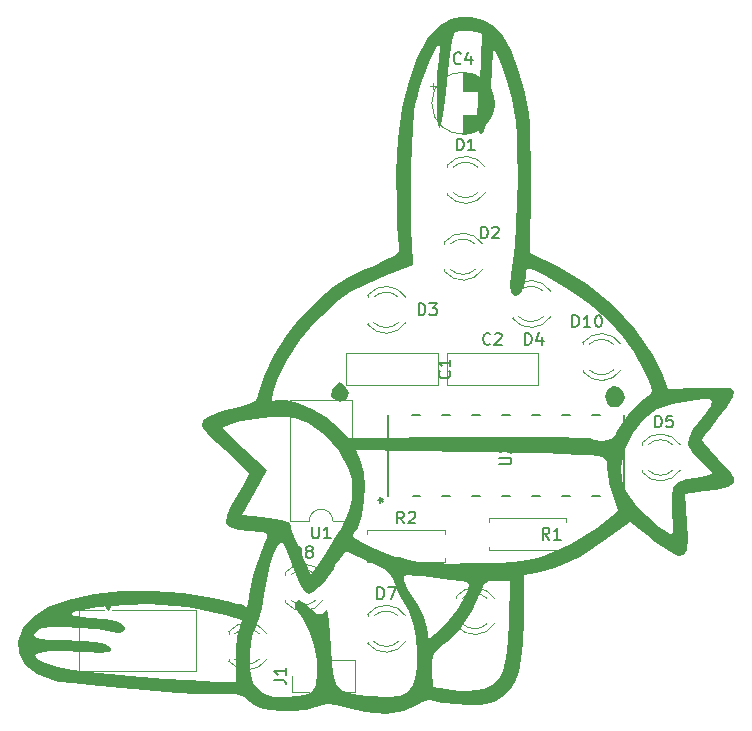
<source format=gbr>
%TF.GenerationSoftware,KiCad,Pcbnew,9.0.7-9.0.7~ubuntu24.04.1*%
%TF.CreationDate,2026-02-16T22:27:27+05:30*%
%TF.ProjectId,mudkip-themed-chaser,6d75646b-6970-42d7-9468-656d65642d63,rev?*%
%TF.SameCoordinates,Original*%
%TF.FileFunction,Legend,Top*%
%TF.FilePolarity,Positive*%
%FSLAX46Y46*%
G04 Gerber Fmt 4.6, Leading zero omitted, Abs format (unit mm)*
G04 Created by KiCad (PCBNEW 9.0.7-9.0.7~ubuntu24.04.1) date 2026-02-16 22:27:27*
%MOMM*%
%LPD*%
G01*
G04 APERTURE LIST*
%ADD10C,0.150000*%
%ADD11C,0.000000*%
%ADD12C,0.120000*%
%ADD13C,0.152400*%
G04 APERTURE END LIST*
D10*
X166833333Y-80359580D02*
X166785714Y-80407200D01*
X166785714Y-80407200D02*
X166642857Y-80454819D01*
X166642857Y-80454819D02*
X166547619Y-80454819D01*
X166547619Y-80454819D02*
X166404762Y-80407200D01*
X166404762Y-80407200D02*
X166309524Y-80311961D01*
X166309524Y-80311961D02*
X166261905Y-80216723D01*
X166261905Y-80216723D02*
X166214286Y-80026247D01*
X166214286Y-80026247D02*
X166214286Y-79883390D01*
X166214286Y-79883390D02*
X166261905Y-79692914D01*
X166261905Y-79692914D02*
X166309524Y-79597676D01*
X166309524Y-79597676D02*
X166404762Y-79502438D01*
X166404762Y-79502438D02*
X166547619Y-79454819D01*
X166547619Y-79454819D02*
X166642857Y-79454819D01*
X166642857Y-79454819D02*
X166785714Y-79502438D01*
X166785714Y-79502438D02*
X166833333Y-79550057D01*
X167214286Y-79550057D02*
X167261905Y-79502438D01*
X167261905Y-79502438D02*
X167357143Y-79454819D01*
X167357143Y-79454819D02*
X167595238Y-79454819D01*
X167595238Y-79454819D02*
X167690476Y-79502438D01*
X167690476Y-79502438D02*
X167738095Y-79550057D01*
X167738095Y-79550057D02*
X167785714Y-79645295D01*
X167785714Y-79645295D02*
X167785714Y-79740533D01*
X167785714Y-79740533D02*
X167738095Y-79883390D01*
X167738095Y-79883390D02*
X167166667Y-80454819D01*
X167166667Y-80454819D02*
X167785714Y-80454819D01*
X166031905Y-71454819D02*
X166031905Y-70454819D01*
X166031905Y-70454819D02*
X166270000Y-70454819D01*
X166270000Y-70454819D02*
X166412857Y-70502438D01*
X166412857Y-70502438D02*
X166508095Y-70597676D01*
X166508095Y-70597676D02*
X166555714Y-70692914D01*
X166555714Y-70692914D02*
X166603333Y-70883390D01*
X166603333Y-70883390D02*
X166603333Y-71026247D01*
X166603333Y-71026247D02*
X166555714Y-71216723D01*
X166555714Y-71216723D02*
X166508095Y-71311961D01*
X166508095Y-71311961D02*
X166412857Y-71407200D01*
X166412857Y-71407200D02*
X166270000Y-71454819D01*
X166270000Y-71454819D02*
X166031905Y-71454819D01*
X166984286Y-70550057D02*
X167031905Y-70502438D01*
X167031905Y-70502438D02*
X167127143Y-70454819D01*
X167127143Y-70454819D02*
X167365238Y-70454819D01*
X167365238Y-70454819D02*
X167460476Y-70502438D01*
X167460476Y-70502438D02*
X167508095Y-70550057D01*
X167508095Y-70550057D02*
X167555714Y-70645295D01*
X167555714Y-70645295D02*
X167555714Y-70740533D01*
X167555714Y-70740533D02*
X167508095Y-70883390D01*
X167508095Y-70883390D02*
X166936667Y-71454819D01*
X166936667Y-71454819D02*
X167555714Y-71454819D01*
X163359580Y-82666666D02*
X163407200Y-82714285D01*
X163407200Y-82714285D02*
X163454819Y-82857142D01*
X163454819Y-82857142D02*
X163454819Y-82952380D01*
X163454819Y-82952380D02*
X163407200Y-83095237D01*
X163407200Y-83095237D02*
X163311961Y-83190475D01*
X163311961Y-83190475D02*
X163216723Y-83238094D01*
X163216723Y-83238094D02*
X163026247Y-83285713D01*
X163026247Y-83285713D02*
X162883390Y-83285713D01*
X162883390Y-83285713D02*
X162692914Y-83238094D01*
X162692914Y-83238094D02*
X162597676Y-83190475D01*
X162597676Y-83190475D02*
X162502438Y-83095237D01*
X162502438Y-83095237D02*
X162454819Y-82952380D01*
X162454819Y-82952380D02*
X162454819Y-82857142D01*
X162454819Y-82857142D02*
X162502438Y-82714285D01*
X162502438Y-82714285D02*
X162550057Y-82666666D01*
X163454819Y-81714285D02*
X163454819Y-82285713D01*
X163454819Y-81999999D02*
X162454819Y-81999999D01*
X162454819Y-81999999D02*
X162597676Y-82095237D01*
X162597676Y-82095237D02*
X162692914Y-82190475D01*
X162692914Y-82190475D02*
X162740533Y-82285713D01*
X167604819Y-90571904D02*
X168414342Y-90571904D01*
X168414342Y-90571904D02*
X168509580Y-90524285D01*
X168509580Y-90524285D02*
X168557200Y-90476666D01*
X168557200Y-90476666D02*
X168604819Y-90381428D01*
X168604819Y-90381428D02*
X168604819Y-90190952D01*
X168604819Y-90190952D02*
X168557200Y-90095714D01*
X168557200Y-90095714D02*
X168509580Y-90048095D01*
X168509580Y-90048095D02*
X168414342Y-90000476D01*
X168414342Y-90000476D02*
X167604819Y-90000476D01*
X167700057Y-89571904D02*
X167652438Y-89524285D01*
X167652438Y-89524285D02*
X167604819Y-89429047D01*
X167604819Y-89429047D02*
X167604819Y-89190952D01*
X167604819Y-89190952D02*
X167652438Y-89095714D01*
X167652438Y-89095714D02*
X167700057Y-89048095D01*
X167700057Y-89048095D02*
X167795295Y-89000476D01*
X167795295Y-89000476D02*
X167890533Y-89000476D01*
X167890533Y-89000476D02*
X168033390Y-89048095D01*
X168033390Y-89048095D02*
X168604819Y-89619523D01*
X168604819Y-89619523D02*
X168604819Y-89000476D01*
X157305119Y-93619999D02*
X157543214Y-93619999D01*
X157447976Y-93858094D02*
X157543214Y-93619999D01*
X157543214Y-93619999D02*
X157447976Y-93381904D01*
X157733690Y-93762856D02*
X157543214Y-93619999D01*
X157543214Y-93619999D02*
X157733690Y-93477142D01*
X157305119Y-93619999D02*
X157543214Y-93619999D01*
X157447976Y-93858094D02*
X157543214Y-93619999D01*
X157543214Y-93619999D02*
X157447976Y-93381904D01*
X157733690Y-93762856D02*
X157543214Y-93619999D01*
X157543214Y-93619999D02*
X157733690Y-93477142D01*
X145491905Y-103494819D02*
X145491905Y-102494819D01*
X145491905Y-102494819D02*
X145730000Y-102494819D01*
X145730000Y-102494819D02*
X145872857Y-102542438D01*
X145872857Y-102542438D02*
X145968095Y-102637676D01*
X145968095Y-102637676D02*
X146015714Y-102732914D01*
X146015714Y-102732914D02*
X146063333Y-102923390D01*
X146063333Y-102923390D02*
X146063333Y-103066247D01*
X146063333Y-103066247D02*
X146015714Y-103256723D01*
X146015714Y-103256723D02*
X145968095Y-103351961D01*
X145968095Y-103351961D02*
X145872857Y-103447200D01*
X145872857Y-103447200D02*
X145730000Y-103494819D01*
X145730000Y-103494819D02*
X145491905Y-103494819D01*
X146539524Y-103494819D02*
X146730000Y-103494819D01*
X146730000Y-103494819D02*
X146825238Y-103447200D01*
X146825238Y-103447200D02*
X146872857Y-103399580D01*
X146872857Y-103399580D02*
X146968095Y-103256723D01*
X146968095Y-103256723D02*
X147015714Y-103066247D01*
X147015714Y-103066247D02*
X147015714Y-102685295D01*
X147015714Y-102685295D02*
X146968095Y-102590057D01*
X146968095Y-102590057D02*
X146920476Y-102542438D01*
X146920476Y-102542438D02*
X146825238Y-102494819D01*
X146825238Y-102494819D02*
X146634762Y-102494819D01*
X146634762Y-102494819D02*
X146539524Y-102542438D01*
X146539524Y-102542438D02*
X146491905Y-102590057D01*
X146491905Y-102590057D02*
X146444286Y-102685295D01*
X146444286Y-102685295D02*
X146444286Y-102923390D01*
X146444286Y-102923390D02*
X146491905Y-103018628D01*
X146491905Y-103018628D02*
X146539524Y-103066247D01*
X146539524Y-103066247D02*
X146634762Y-103113866D01*
X146634762Y-103113866D02*
X146825238Y-103113866D01*
X146825238Y-103113866D02*
X146920476Y-103066247D01*
X146920476Y-103066247D02*
X146968095Y-103018628D01*
X146968095Y-103018628D02*
X147015714Y-102923390D01*
X163991905Y-63994819D02*
X163991905Y-62994819D01*
X163991905Y-62994819D02*
X164230000Y-62994819D01*
X164230000Y-62994819D02*
X164372857Y-63042438D01*
X164372857Y-63042438D02*
X164468095Y-63137676D01*
X164468095Y-63137676D02*
X164515714Y-63232914D01*
X164515714Y-63232914D02*
X164563333Y-63423390D01*
X164563333Y-63423390D02*
X164563333Y-63566247D01*
X164563333Y-63566247D02*
X164515714Y-63756723D01*
X164515714Y-63756723D02*
X164468095Y-63851961D01*
X164468095Y-63851961D02*
X164372857Y-63947200D01*
X164372857Y-63947200D02*
X164230000Y-63994819D01*
X164230000Y-63994819D02*
X163991905Y-63994819D01*
X165515714Y-63994819D02*
X164944286Y-63994819D01*
X165230000Y-63994819D02*
X165230000Y-62994819D01*
X165230000Y-62994819D02*
X165134762Y-63137676D01*
X165134762Y-63137676D02*
X165039524Y-63232914D01*
X165039524Y-63232914D02*
X164944286Y-63280533D01*
X171833333Y-96954819D02*
X171500000Y-96478628D01*
X171261905Y-96954819D02*
X171261905Y-95954819D01*
X171261905Y-95954819D02*
X171642857Y-95954819D01*
X171642857Y-95954819D02*
X171738095Y-96002438D01*
X171738095Y-96002438D02*
X171785714Y-96050057D01*
X171785714Y-96050057D02*
X171833333Y-96145295D01*
X171833333Y-96145295D02*
X171833333Y-96288152D01*
X171833333Y-96288152D02*
X171785714Y-96383390D01*
X171785714Y-96383390D02*
X171738095Y-96431009D01*
X171738095Y-96431009D02*
X171642857Y-96478628D01*
X171642857Y-96478628D02*
X171261905Y-96478628D01*
X172785714Y-96954819D02*
X172214286Y-96954819D01*
X172500000Y-96954819D02*
X172500000Y-95954819D01*
X172500000Y-95954819D02*
X172404762Y-96097676D01*
X172404762Y-96097676D02*
X172309524Y-96192914D01*
X172309524Y-96192914D02*
X172214286Y-96240533D01*
X164761905Y-100494819D02*
X164761905Y-99494819D01*
X164761905Y-99494819D02*
X165000000Y-99494819D01*
X165000000Y-99494819D02*
X165142857Y-99542438D01*
X165142857Y-99542438D02*
X165238095Y-99637676D01*
X165238095Y-99637676D02*
X165285714Y-99732914D01*
X165285714Y-99732914D02*
X165333333Y-99923390D01*
X165333333Y-99923390D02*
X165333333Y-100066247D01*
X165333333Y-100066247D02*
X165285714Y-100256723D01*
X165285714Y-100256723D02*
X165238095Y-100351961D01*
X165238095Y-100351961D02*
X165142857Y-100447200D01*
X165142857Y-100447200D02*
X165000000Y-100494819D01*
X165000000Y-100494819D02*
X164761905Y-100494819D01*
X166190476Y-99494819D02*
X166000000Y-99494819D01*
X166000000Y-99494819D02*
X165904762Y-99542438D01*
X165904762Y-99542438D02*
X165857143Y-99590057D01*
X165857143Y-99590057D02*
X165761905Y-99732914D01*
X165761905Y-99732914D02*
X165714286Y-99923390D01*
X165714286Y-99923390D02*
X165714286Y-100304342D01*
X165714286Y-100304342D02*
X165761905Y-100399580D01*
X165761905Y-100399580D02*
X165809524Y-100447200D01*
X165809524Y-100447200D02*
X165904762Y-100494819D01*
X165904762Y-100494819D02*
X166095238Y-100494819D01*
X166095238Y-100494819D02*
X166190476Y-100447200D01*
X166190476Y-100447200D02*
X166238095Y-100399580D01*
X166238095Y-100399580D02*
X166285714Y-100304342D01*
X166285714Y-100304342D02*
X166285714Y-100066247D01*
X166285714Y-100066247D02*
X166238095Y-99971009D01*
X166238095Y-99971009D02*
X166190476Y-99923390D01*
X166190476Y-99923390D02*
X166095238Y-99875771D01*
X166095238Y-99875771D02*
X165904762Y-99875771D01*
X165904762Y-99875771D02*
X165809524Y-99923390D01*
X165809524Y-99923390D02*
X165761905Y-99971009D01*
X165761905Y-99971009D02*
X165714286Y-100066247D01*
X180761905Y-87454819D02*
X180761905Y-86454819D01*
X180761905Y-86454819D02*
X181000000Y-86454819D01*
X181000000Y-86454819D02*
X181142857Y-86502438D01*
X181142857Y-86502438D02*
X181238095Y-86597676D01*
X181238095Y-86597676D02*
X181285714Y-86692914D01*
X181285714Y-86692914D02*
X181333333Y-86883390D01*
X181333333Y-86883390D02*
X181333333Y-87026247D01*
X181333333Y-87026247D02*
X181285714Y-87216723D01*
X181285714Y-87216723D02*
X181238095Y-87311961D01*
X181238095Y-87311961D02*
X181142857Y-87407200D01*
X181142857Y-87407200D02*
X181000000Y-87454819D01*
X181000000Y-87454819D02*
X180761905Y-87454819D01*
X182238095Y-86454819D02*
X181761905Y-86454819D01*
X181761905Y-86454819D02*
X181714286Y-86931009D01*
X181714286Y-86931009D02*
X181761905Y-86883390D01*
X181761905Y-86883390D02*
X181857143Y-86835771D01*
X181857143Y-86835771D02*
X182095238Y-86835771D01*
X182095238Y-86835771D02*
X182190476Y-86883390D01*
X182190476Y-86883390D02*
X182238095Y-86931009D01*
X182238095Y-86931009D02*
X182285714Y-87026247D01*
X182285714Y-87026247D02*
X182285714Y-87264342D01*
X182285714Y-87264342D02*
X182238095Y-87359580D01*
X182238095Y-87359580D02*
X182190476Y-87407200D01*
X182190476Y-87407200D02*
X182095238Y-87454819D01*
X182095238Y-87454819D02*
X181857143Y-87454819D01*
X181857143Y-87454819D02*
X181761905Y-87407200D01*
X181761905Y-87407200D02*
X181714286Y-87359580D01*
X173785714Y-78954819D02*
X173785714Y-77954819D01*
X173785714Y-77954819D02*
X174023809Y-77954819D01*
X174023809Y-77954819D02*
X174166666Y-78002438D01*
X174166666Y-78002438D02*
X174261904Y-78097676D01*
X174261904Y-78097676D02*
X174309523Y-78192914D01*
X174309523Y-78192914D02*
X174357142Y-78383390D01*
X174357142Y-78383390D02*
X174357142Y-78526247D01*
X174357142Y-78526247D02*
X174309523Y-78716723D01*
X174309523Y-78716723D02*
X174261904Y-78811961D01*
X174261904Y-78811961D02*
X174166666Y-78907200D01*
X174166666Y-78907200D02*
X174023809Y-78954819D01*
X174023809Y-78954819D02*
X173785714Y-78954819D01*
X175309523Y-78954819D02*
X174738095Y-78954819D01*
X175023809Y-78954819D02*
X175023809Y-77954819D01*
X175023809Y-77954819D02*
X174928571Y-78097676D01*
X174928571Y-78097676D02*
X174833333Y-78192914D01*
X174833333Y-78192914D02*
X174738095Y-78240533D01*
X175928571Y-77954819D02*
X176023809Y-77954819D01*
X176023809Y-77954819D02*
X176119047Y-78002438D01*
X176119047Y-78002438D02*
X176166666Y-78050057D01*
X176166666Y-78050057D02*
X176214285Y-78145295D01*
X176214285Y-78145295D02*
X176261904Y-78335771D01*
X176261904Y-78335771D02*
X176261904Y-78573866D01*
X176261904Y-78573866D02*
X176214285Y-78764342D01*
X176214285Y-78764342D02*
X176166666Y-78859580D01*
X176166666Y-78859580D02*
X176119047Y-78907200D01*
X176119047Y-78907200D02*
X176023809Y-78954819D01*
X176023809Y-78954819D02*
X175928571Y-78954819D01*
X175928571Y-78954819D02*
X175833333Y-78907200D01*
X175833333Y-78907200D02*
X175785714Y-78859580D01*
X175785714Y-78859580D02*
X175738095Y-78764342D01*
X175738095Y-78764342D02*
X175690476Y-78573866D01*
X175690476Y-78573866D02*
X175690476Y-78335771D01*
X175690476Y-78335771D02*
X175738095Y-78145295D01*
X175738095Y-78145295D02*
X175785714Y-78050057D01*
X175785714Y-78050057D02*
X175833333Y-78002438D01*
X175833333Y-78002438D02*
X175928571Y-77954819D01*
X148534819Y-108833333D02*
X149249104Y-108833333D01*
X149249104Y-108833333D02*
X149391961Y-108880952D01*
X149391961Y-108880952D02*
X149487200Y-108976190D01*
X149487200Y-108976190D02*
X149534819Y-109119047D01*
X149534819Y-109119047D02*
X149534819Y-109214285D01*
X149534819Y-107833333D02*
X149534819Y-108404761D01*
X149534819Y-108119047D02*
X148534819Y-108119047D01*
X148534819Y-108119047D02*
X148677676Y-108214285D01*
X148677676Y-108214285D02*
X148772914Y-108309523D01*
X148772914Y-108309523D02*
X148820533Y-108404761D01*
X160761905Y-77954819D02*
X160761905Y-76954819D01*
X160761905Y-76954819D02*
X161000000Y-76954819D01*
X161000000Y-76954819D02*
X161142857Y-77002438D01*
X161142857Y-77002438D02*
X161238095Y-77097676D01*
X161238095Y-77097676D02*
X161285714Y-77192914D01*
X161285714Y-77192914D02*
X161333333Y-77383390D01*
X161333333Y-77383390D02*
X161333333Y-77526247D01*
X161333333Y-77526247D02*
X161285714Y-77716723D01*
X161285714Y-77716723D02*
X161238095Y-77811961D01*
X161238095Y-77811961D02*
X161142857Y-77907200D01*
X161142857Y-77907200D02*
X161000000Y-77954819D01*
X161000000Y-77954819D02*
X160761905Y-77954819D01*
X161666667Y-76954819D02*
X162285714Y-76954819D01*
X162285714Y-76954819D02*
X161952381Y-77335771D01*
X161952381Y-77335771D02*
X162095238Y-77335771D01*
X162095238Y-77335771D02*
X162190476Y-77383390D01*
X162190476Y-77383390D02*
X162238095Y-77431009D01*
X162238095Y-77431009D02*
X162285714Y-77526247D01*
X162285714Y-77526247D02*
X162285714Y-77764342D01*
X162285714Y-77764342D02*
X162238095Y-77859580D01*
X162238095Y-77859580D02*
X162190476Y-77907200D01*
X162190476Y-77907200D02*
X162095238Y-77954819D01*
X162095238Y-77954819D02*
X161809524Y-77954819D01*
X161809524Y-77954819D02*
X161714286Y-77907200D01*
X161714286Y-77907200D02*
X161666667Y-77859580D01*
X159523333Y-95584819D02*
X159190000Y-95108628D01*
X158951905Y-95584819D02*
X158951905Y-94584819D01*
X158951905Y-94584819D02*
X159332857Y-94584819D01*
X159332857Y-94584819D02*
X159428095Y-94632438D01*
X159428095Y-94632438D02*
X159475714Y-94680057D01*
X159475714Y-94680057D02*
X159523333Y-94775295D01*
X159523333Y-94775295D02*
X159523333Y-94918152D01*
X159523333Y-94918152D02*
X159475714Y-95013390D01*
X159475714Y-95013390D02*
X159428095Y-95061009D01*
X159428095Y-95061009D02*
X159332857Y-95108628D01*
X159332857Y-95108628D02*
X158951905Y-95108628D01*
X159904286Y-94680057D02*
X159951905Y-94632438D01*
X159951905Y-94632438D02*
X160047143Y-94584819D01*
X160047143Y-94584819D02*
X160285238Y-94584819D01*
X160285238Y-94584819D02*
X160380476Y-94632438D01*
X160380476Y-94632438D02*
X160428095Y-94680057D01*
X160428095Y-94680057D02*
X160475714Y-94775295D01*
X160475714Y-94775295D02*
X160475714Y-94870533D01*
X160475714Y-94870533D02*
X160428095Y-95013390D01*
X160428095Y-95013390D02*
X159856667Y-95584819D01*
X159856667Y-95584819D02*
X160475714Y-95584819D01*
X169761905Y-80454819D02*
X169761905Y-79454819D01*
X169761905Y-79454819D02*
X170000000Y-79454819D01*
X170000000Y-79454819D02*
X170142857Y-79502438D01*
X170142857Y-79502438D02*
X170238095Y-79597676D01*
X170238095Y-79597676D02*
X170285714Y-79692914D01*
X170285714Y-79692914D02*
X170333333Y-79883390D01*
X170333333Y-79883390D02*
X170333333Y-80026247D01*
X170333333Y-80026247D02*
X170285714Y-80216723D01*
X170285714Y-80216723D02*
X170238095Y-80311961D01*
X170238095Y-80311961D02*
X170142857Y-80407200D01*
X170142857Y-80407200D02*
X170000000Y-80454819D01*
X170000000Y-80454819D02*
X169761905Y-80454819D01*
X171190476Y-79788152D02*
X171190476Y-80454819D01*
X170952381Y-79407200D02*
X170714286Y-80121485D01*
X170714286Y-80121485D02*
X171333333Y-80121485D01*
X150261905Y-98494819D02*
X150261905Y-97494819D01*
X150261905Y-97494819D02*
X150500000Y-97494819D01*
X150500000Y-97494819D02*
X150642857Y-97542438D01*
X150642857Y-97542438D02*
X150738095Y-97637676D01*
X150738095Y-97637676D02*
X150785714Y-97732914D01*
X150785714Y-97732914D02*
X150833333Y-97923390D01*
X150833333Y-97923390D02*
X150833333Y-98066247D01*
X150833333Y-98066247D02*
X150785714Y-98256723D01*
X150785714Y-98256723D02*
X150738095Y-98351961D01*
X150738095Y-98351961D02*
X150642857Y-98447200D01*
X150642857Y-98447200D02*
X150500000Y-98494819D01*
X150500000Y-98494819D02*
X150261905Y-98494819D01*
X151404762Y-97923390D02*
X151309524Y-97875771D01*
X151309524Y-97875771D02*
X151261905Y-97828152D01*
X151261905Y-97828152D02*
X151214286Y-97732914D01*
X151214286Y-97732914D02*
X151214286Y-97685295D01*
X151214286Y-97685295D02*
X151261905Y-97590057D01*
X151261905Y-97590057D02*
X151309524Y-97542438D01*
X151309524Y-97542438D02*
X151404762Y-97494819D01*
X151404762Y-97494819D02*
X151595238Y-97494819D01*
X151595238Y-97494819D02*
X151690476Y-97542438D01*
X151690476Y-97542438D02*
X151738095Y-97590057D01*
X151738095Y-97590057D02*
X151785714Y-97685295D01*
X151785714Y-97685295D02*
X151785714Y-97732914D01*
X151785714Y-97732914D02*
X151738095Y-97828152D01*
X151738095Y-97828152D02*
X151690476Y-97875771D01*
X151690476Y-97875771D02*
X151595238Y-97923390D01*
X151595238Y-97923390D02*
X151404762Y-97923390D01*
X151404762Y-97923390D02*
X151309524Y-97971009D01*
X151309524Y-97971009D02*
X151261905Y-98018628D01*
X151261905Y-98018628D02*
X151214286Y-98113866D01*
X151214286Y-98113866D02*
X151214286Y-98304342D01*
X151214286Y-98304342D02*
X151261905Y-98399580D01*
X151261905Y-98399580D02*
X151309524Y-98447200D01*
X151309524Y-98447200D02*
X151404762Y-98494819D01*
X151404762Y-98494819D02*
X151595238Y-98494819D01*
X151595238Y-98494819D02*
X151690476Y-98447200D01*
X151690476Y-98447200D02*
X151738095Y-98399580D01*
X151738095Y-98399580D02*
X151785714Y-98304342D01*
X151785714Y-98304342D02*
X151785714Y-98113866D01*
X151785714Y-98113866D02*
X151738095Y-98018628D01*
X151738095Y-98018628D02*
X151690476Y-97971009D01*
X151690476Y-97971009D02*
X151595238Y-97923390D01*
X157261905Y-101994819D02*
X157261905Y-100994819D01*
X157261905Y-100994819D02*
X157500000Y-100994819D01*
X157500000Y-100994819D02*
X157642857Y-101042438D01*
X157642857Y-101042438D02*
X157738095Y-101137676D01*
X157738095Y-101137676D02*
X157785714Y-101232914D01*
X157785714Y-101232914D02*
X157833333Y-101423390D01*
X157833333Y-101423390D02*
X157833333Y-101566247D01*
X157833333Y-101566247D02*
X157785714Y-101756723D01*
X157785714Y-101756723D02*
X157738095Y-101851961D01*
X157738095Y-101851961D02*
X157642857Y-101947200D01*
X157642857Y-101947200D02*
X157500000Y-101994819D01*
X157500000Y-101994819D02*
X157261905Y-101994819D01*
X158166667Y-100994819D02*
X158833333Y-100994819D01*
X158833333Y-100994819D02*
X158404762Y-101994819D01*
X151733095Y-95844819D02*
X151733095Y-96654342D01*
X151733095Y-96654342D02*
X151780714Y-96749580D01*
X151780714Y-96749580D02*
X151828333Y-96797200D01*
X151828333Y-96797200D02*
X151923571Y-96844819D01*
X151923571Y-96844819D02*
X152114047Y-96844819D01*
X152114047Y-96844819D02*
X152209285Y-96797200D01*
X152209285Y-96797200D02*
X152256904Y-96749580D01*
X152256904Y-96749580D02*
X152304523Y-96654342D01*
X152304523Y-96654342D02*
X152304523Y-95844819D01*
X153304523Y-96844819D02*
X152733095Y-96844819D01*
X153018809Y-96844819D02*
X153018809Y-95844819D01*
X153018809Y-95844819D02*
X152923571Y-95987676D01*
X152923571Y-95987676D02*
X152828333Y-96082914D01*
X152828333Y-96082914D02*
X152733095Y-96130533D01*
X164333333Y-56609580D02*
X164285714Y-56657200D01*
X164285714Y-56657200D02*
X164142857Y-56704819D01*
X164142857Y-56704819D02*
X164047619Y-56704819D01*
X164047619Y-56704819D02*
X163904762Y-56657200D01*
X163904762Y-56657200D02*
X163809524Y-56561961D01*
X163809524Y-56561961D02*
X163761905Y-56466723D01*
X163761905Y-56466723D02*
X163714286Y-56276247D01*
X163714286Y-56276247D02*
X163714286Y-56133390D01*
X163714286Y-56133390D02*
X163761905Y-55942914D01*
X163761905Y-55942914D02*
X163809524Y-55847676D01*
X163809524Y-55847676D02*
X163904762Y-55752438D01*
X163904762Y-55752438D02*
X164047619Y-55704819D01*
X164047619Y-55704819D02*
X164142857Y-55704819D01*
X164142857Y-55704819D02*
X164285714Y-55752438D01*
X164285714Y-55752438D02*
X164333333Y-55800057D01*
X165190476Y-56038152D02*
X165190476Y-56704819D01*
X164952381Y-55657200D02*
X164714286Y-56371485D01*
X164714286Y-56371485D02*
X165333333Y-56371485D01*
D11*
%TO.C,G\u002A\u002A\u002A*%
G36*
X165155412Y-52746040D02*
G01*
X166228628Y-52974316D01*
X167126769Y-53471520D01*
X167890711Y-54294740D01*
X168561327Y-55501068D01*
X169179490Y-57147593D01*
X169755166Y-59170651D01*
X169933030Y-59966559D01*
X170063967Y-60837074D01*
X170153999Y-61878363D01*
X170209143Y-63186594D01*
X170235420Y-64857933D01*
X170239058Y-66901086D01*
X170225943Y-72698912D01*
X172608831Y-73855454D01*
X175029857Y-75279642D01*
X177229404Y-77061738D01*
X179117361Y-79108701D01*
X180603616Y-81327492D01*
X181327089Y-82856975D01*
X181847826Y-84180255D01*
X184332608Y-84150726D01*
X185479094Y-84139408D01*
X186431048Y-84134260D01*
X187041414Y-84135900D01*
X187162500Y-84138859D01*
X187483860Y-84338118D01*
X187376793Y-84877248D01*
X186843601Y-85750624D01*
X186127174Y-86667731D01*
X185474648Y-87476103D01*
X184988528Y-88124584D01*
X184755454Y-88496319D01*
X184746739Y-88529602D01*
X184929697Y-88810545D01*
X185410657Y-89356946D01*
X186087749Y-90053477D01*
X186127174Y-90092390D01*
X187014715Y-91027211D01*
X187463033Y-91703483D01*
X187448046Y-92176715D01*
X186945674Y-92502418D01*
X185931834Y-92736101D01*
X184921002Y-92872768D01*
X183300701Y-93063123D01*
X183495251Y-95550073D01*
X183563199Y-96914133D01*
X183486353Y-97820213D01*
X183218630Y-98282174D01*
X182713944Y-98313876D01*
X181926212Y-97929177D01*
X180809349Y-97141938D01*
X180081500Y-96576739D01*
X178637791Y-95435553D01*
X176548944Y-97007746D01*
X174402312Y-98408631D01*
X172282977Y-99335800D01*
X170666304Y-99749513D01*
X169700000Y-99929079D01*
X169639117Y-103786642D01*
X169583527Y-105667688D01*
X169466080Y-107096517D01*
X169259423Y-108172007D01*
X168936206Y-108993036D01*
X168469077Y-109658480D01*
X167851271Y-110249947D01*
X167340363Y-110617032D01*
X166784959Y-110825584D01*
X166009267Y-110918008D01*
X165003312Y-110936956D01*
X163888398Y-110899406D01*
X162900611Y-110800841D01*
X162249824Y-110662390D01*
X162240157Y-110658780D01*
X161635491Y-110533233D01*
X161055280Y-110727353D01*
X160652739Y-110989958D01*
X159512895Y-111493749D01*
X158009409Y-111681869D01*
X156234425Y-111550349D01*
X154791304Y-111242482D01*
X153750247Y-110979958D01*
X153068167Y-110874675D01*
X152576759Y-110919953D01*
X152107717Y-111109113D01*
X152058784Y-111134028D01*
X151248846Y-111385534D01*
X150072566Y-111466681D01*
X149246363Y-111443747D01*
X148112470Y-111355485D01*
X147360925Y-111198022D01*
X146822297Y-110923053D01*
X146512260Y-110664218D01*
X145957512Y-110245518D01*
X145327732Y-110061608D01*
X144392720Y-110046765D01*
X144355115Y-110048350D01*
X143396926Y-110050636D01*
X142030265Y-110001533D01*
X140366615Y-109910028D01*
X138517463Y-109785105D01*
X136594292Y-109635749D01*
X134708589Y-109470947D01*
X132971837Y-109299682D01*
X131495522Y-109130941D01*
X130391130Y-108973709D01*
X129946953Y-108887107D01*
X128474148Y-108336421D01*
X127459283Y-107543067D01*
X126909546Y-106583317D01*
X126832128Y-105533438D01*
X127055639Y-104942135D01*
X128228338Y-104942135D01*
X128259216Y-105189288D01*
X128711694Y-105342804D01*
X129633893Y-105423620D01*
X130564674Y-105447882D01*
X132262876Y-105502121D01*
X133470538Y-105619066D01*
X134246863Y-105809692D01*
X134651055Y-106084978D01*
X134720881Y-106218472D01*
X134699331Y-106399055D01*
X134424494Y-106493870D01*
X133806805Y-106510865D01*
X132756699Y-106457988D01*
X132342257Y-106429567D01*
X130679677Y-106357853D01*
X129440840Y-106398698D01*
X128647355Y-106538457D01*
X128320828Y-106763486D01*
X128482865Y-107060141D01*
X129155073Y-107414778D01*
X130215407Y-107772625D01*
X130966598Y-107927717D01*
X132163291Y-108099884D01*
X133699462Y-108279503D01*
X135469086Y-108456955D01*
X137366137Y-108622617D01*
X139284590Y-108766868D01*
X141118419Y-108880087D01*
X142761600Y-108952652D01*
X143402717Y-108969332D01*
X145266304Y-109004347D01*
X145266304Y-107276981D01*
X145293274Y-106575251D01*
X146464197Y-106575251D01*
X146472567Y-108021093D01*
X146753904Y-109059192D01*
X147341634Y-109779312D01*
X147756528Y-110045904D01*
X148497389Y-110252390D01*
X149498494Y-110311247D01*
X150538318Y-110233573D01*
X151395336Y-110030462D01*
X151737611Y-109846498D01*
X152051902Y-109274238D01*
X152184914Y-108334458D01*
X152143519Y-107178765D01*
X151934585Y-105958770D01*
X151564984Y-104826080D01*
X151503939Y-104689808D01*
X151089673Y-103877824D01*
X150719391Y-103282786D01*
X150540332Y-103086014D01*
X150268229Y-102712499D01*
X150295704Y-102296456D01*
X150601874Y-102102173D01*
X151026668Y-102289048D01*
X151569967Y-102744154D01*
X151619739Y-102796047D01*
X152183992Y-103251550D01*
X152551343Y-103210177D01*
X152920610Y-102953222D01*
X153016493Y-102930434D01*
X153101122Y-103187979D01*
X153189892Y-103886874D01*
X153271585Y-104916508D01*
X153328778Y-106009917D01*
X153414882Y-107557439D01*
X153571955Y-108643901D01*
X153871668Y-109360415D01*
X154385695Y-109798096D01*
X155185707Y-110048056D01*
X156343377Y-110201408D01*
X156649077Y-110230844D01*
X158116628Y-110309643D01*
X159148240Y-110199885D01*
X159838799Y-109865074D01*
X160283191Y-109268710D01*
X160474367Y-108759427D01*
X160632999Y-107767861D01*
X160634409Y-107407607D01*
X161862857Y-107407607D01*
X161888272Y-108031212D01*
X161969565Y-109418477D01*
X163073913Y-109586364D01*
X164194540Y-109738013D01*
X164981233Y-109779262D01*
X165641440Y-109708333D01*
X166255967Y-109559114D01*
X167001051Y-109259606D01*
X167552848Y-108782676D01*
X167941244Y-108050873D01*
X168196130Y-106986745D01*
X168347394Y-105512843D01*
X168414470Y-103965760D01*
X168513060Y-100445651D01*
X167436449Y-100445651D01*
X166719201Y-100495585D01*
X166323595Y-100748521D01*
X166033376Y-101359164D01*
X165989213Y-101480977D01*
X165260692Y-103017713D01*
X164253118Y-104479518D01*
X163120358Y-105649983D01*
X162902424Y-105822517D01*
X162251611Y-106349045D01*
X161940801Y-106799631D01*
X161862857Y-107407607D01*
X160634409Y-107407607D01*
X160637857Y-106527042D01*
X160510820Y-105206476D01*
X160273769Y-103975670D01*
X159948586Y-103004128D01*
X159674468Y-102562791D01*
X159236866Y-101897781D01*
X158869574Y-101026694D01*
X158820080Y-100859782D01*
X158625916Y-100284998D01*
X159496383Y-100284998D01*
X159541261Y-100486080D01*
X159853991Y-101204218D01*
X160199932Y-101691810D01*
X160739057Y-102484197D01*
X161210727Y-103498603D01*
X161506725Y-104478233D01*
X161555434Y-104908334D01*
X161586929Y-105240613D01*
X161747243Y-105270084D01*
X162135128Y-104963426D01*
X162551842Y-104572093D01*
X163304565Y-103772027D01*
X163990876Y-102913045D01*
X164168030Y-102654347D01*
X164614147Y-101887868D01*
X164933673Y-101214220D01*
X164973221Y-101103304D01*
X165029947Y-100780632D01*
X164870839Y-100582420D01*
X164385460Y-100453938D01*
X163463377Y-100340452D01*
X163426055Y-100336522D01*
X162272936Y-100209014D01*
X161143636Y-100074018D01*
X160538478Y-99995385D01*
X159819780Y-99917188D01*
X159515807Y-99992375D01*
X159496383Y-100284998D01*
X158625916Y-100284998D01*
X158622588Y-100275146D01*
X158328028Y-99848255D01*
X157812422Y-99467858D01*
X156951795Y-99022706D01*
X156573518Y-98843841D01*
X154626903Y-97932247D01*
X154097093Y-98567754D01*
X153715619Y-99081707D01*
X153558098Y-99400718D01*
X153360879Y-99785848D01*
X152895073Y-100351681D01*
X152315697Y-100939664D01*
X151777768Y-101391244D01*
X151456750Y-101549999D01*
X151049564Y-101306126D01*
X150594401Y-100561711D01*
X150080787Y-99297560D01*
X149836954Y-98582064D01*
X149539792Y-97786135D01*
X149272256Y-97259664D01*
X149139311Y-97132608D01*
X148860237Y-97387550D01*
X148539749Y-98078567D01*
X148213370Y-99094949D01*
X147916619Y-100325981D01*
X147685020Y-101660953D01*
X147683958Y-101668619D01*
X147491705Y-102775162D01*
X147258696Y-103707202D01*
X147028717Y-104296784D01*
X146980629Y-104366555D01*
X146752300Y-104882561D01*
X146560726Y-105745405D01*
X146464197Y-106575251D01*
X145293274Y-106575251D01*
X145308166Y-106187769D01*
X145416216Y-105183608D01*
X145522560Y-104656102D01*
X145778816Y-103762590D01*
X144349190Y-103351200D01*
X141205987Y-102686525D01*
X137878881Y-102416065D01*
X134583815Y-102553222D01*
X133585494Y-102683224D01*
X132272096Y-102909216D01*
X131506406Y-103101926D01*
X131285217Y-103265339D01*
X131605322Y-103403438D01*
X132463514Y-103520208D01*
X132882768Y-103556183D01*
X134252366Y-103689444D01*
X135151536Y-103853262D01*
X135662002Y-104073776D01*
X135865494Y-104377124D01*
X135879348Y-104514574D01*
X135766330Y-104776757D01*
X135340473Y-104822845D01*
X134844021Y-104752846D01*
X133497301Y-104558776D01*
X132100068Y-104429782D01*
X130778574Y-104369336D01*
X129659071Y-104380907D01*
X128867812Y-104467965D01*
X128570935Y-104580406D01*
X128228338Y-104942135D01*
X127055639Y-104942135D01*
X127234218Y-104469702D01*
X128123004Y-103468376D01*
X129361413Y-102675411D01*
X131109404Y-102026635D01*
X133250748Y-101580463D01*
X135663865Y-101340146D01*
X138227177Y-101308939D01*
X140819103Y-101490093D01*
X143318065Y-101886862D01*
X144833262Y-102261440D01*
X145615698Y-102484063D01*
X146137304Y-102626465D01*
X146256811Y-102654347D01*
X146324736Y-102406979D01*
X146433037Y-101771171D01*
X146514397Y-101204890D01*
X146736152Y-100034407D01*
X147120086Y-98750141D01*
X147717098Y-97187848D01*
X147883360Y-96787499D01*
X147930697Y-96440345D01*
X147590324Y-96311982D01*
X147297473Y-96301308D01*
X146470008Y-96252080D01*
X145532431Y-96136706D01*
X145473369Y-96127141D01*
X144785850Y-95916716D01*
X144476447Y-95531983D01*
X144543745Y-94907852D01*
X144986326Y-93979232D01*
X145411414Y-93280184D01*
X145908996Y-92449114D01*
X146255731Y-91774399D01*
X146370652Y-91431914D01*
X146172052Y-91092210D01*
X145652153Y-90534997D01*
X144946378Y-89900643D01*
X143654141Y-88794066D01*
X142810400Y-87959434D01*
X142511810Y-87476845D01*
X144106860Y-87476845D01*
X145997995Y-89251363D01*
X147889130Y-91025880D01*
X146867277Y-92940759D01*
X145845425Y-94855639D01*
X147507115Y-95043637D01*
X148708920Y-95201719D01*
X149454534Y-95367133D01*
X149839348Y-95572749D01*
X149958754Y-95851435D01*
X149959782Y-95888757D01*
X150070879Y-96299326D01*
X150363570Y-97050834D01*
X150776956Y-97988147D01*
X150821214Y-98083189D01*
X151682645Y-99924026D01*
X152397261Y-98873426D01*
X152908603Y-98086355D01*
X153550948Y-97049617D01*
X153792849Y-96644805D01*
X155214215Y-96644805D01*
X155444506Y-96895187D01*
X156057376Y-97260387D01*
X156913554Y-97674748D01*
X157873772Y-98072615D01*
X158798759Y-98388333D01*
X159070652Y-98462827D01*
X159954179Y-98676591D01*
X160712350Y-98825584D01*
X161471302Y-98918999D01*
X162357169Y-98966029D01*
X163496087Y-98975866D01*
X165014191Y-98957703D01*
X165696739Y-98945736D01*
X167490058Y-98895501D01*
X168864850Y-98809256D01*
X169954365Y-98671856D01*
X170891855Y-98468155D01*
X171506277Y-98285415D01*
X173695878Y-97351614D01*
X175832426Y-95971828D01*
X176702973Y-95276009D01*
X177632034Y-94494445D01*
X177186126Y-93181052D01*
X176915617Y-92193307D01*
X176757295Y-91245849D01*
X176740217Y-90942339D01*
X176723673Y-90779025D01*
X177933107Y-90779025D01*
X177990747Y-91971283D01*
X178356379Y-92875039D01*
X179086056Y-93926942D01*
X180070379Y-94990976D01*
X181142225Y-95889534D01*
X181762189Y-96315658D01*
X182180709Y-96558741D01*
X182249347Y-96580434D01*
X182304103Y-96328432D01*
X182304454Y-95663259D01*
X182251062Y-94721167D01*
X182239657Y-94578803D01*
X182178705Y-93369238D01*
X182291610Y-92589525D01*
X182658364Y-92125379D01*
X183358959Y-91862516D01*
X184243141Y-91716409D01*
X185013207Y-91579251D01*
X185494180Y-91426222D01*
X185575000Y-91350867D01*
X185392469Y-91060669D01*
X184934602Y-90558451D01*
X184722980Y-90351109D01*
X183946550Y-89557483D01*
X183582340Y-88947664D01*
X183613975Y-88357317D01*
X184025080Y-87622108D01*
X184399645Y-87106275D01*
X185075940Y-86214022D01*
X185505336Y-85602482D01*
X185637478Y-85234049D01*
X185422016Y-85071119D01*
X184808597Y-85076088D01*
X183746867Y-85211352D01*
X182186475Y-85439305D01*
X182170606Y-85441578D01*
X180936898Y-85878738D01*
X179820959Y-86748751D01*
X178898124Y-87933929D01*
X178243728Y-89316583D01*
X177933107Y-90779025D01*
X176723673Y-90779025D01*
X176674354Y-90292160D01*
X176364427Y-89983058D01*
X175842934Y-89845910D01*
X175361749Y-89800962D01*
X174398568Y-89750333D01*
X173023509Y-89696311D01*
X171306693Y-89641181D01*
X169318240Y-89587232D01*
X167128269Y-89536748D01*
X165211251Y-89499181D01*
X155476850Y-89323560D01*
X155920490Y-90385339D01*
X156139150Y-91282043D01*
X156219054Y-92451762D01*
X156170773Y-93707327D01*
X156004877Y-94861570D01*
X155731939Y-95727323D01*
X155606999Y-95935663D01*
X155299544Y-96415974D01*
X155214215Y-96644805D01*
X153792849Y-96644805D01*
X154158656Y-96032641D01*
X154893414Y-94526420D01*
X155195878Y-93183232D01*
X155087337Y-91851216D01*
X154856169Y-91056989D01*
X154039277Y-89483317D01*
X152829543Y-88120250D01*
X151358747Y-87094053D01*
X150252482Y-86646068D01*
X149410741Y-86542188D01*
X148240022Y-86567018D01*
X146943169Y-86700736D01*
X145723025Y-86923522D01*
X144893647Y-87169705D01*
X144106860Y-87476845D01*
X142511810Y-87476845D01*
X142423898Y-87334759D01*
X142503376Y-86858049D01*
X143057577Y-86467315D01*
X144095243Y-86100568D01*
X145536250Y-85718051D01*
X146407062Y-85473302D01*
X146888284Y-85217362D01*
X146966219Y-85092724D01*
X148321671Y-85092724D01*
X148466731Y-85232732D01*
X148717962Y-85160809D01*
X149510266Y-85101667D01*
X150566080Y-85355286D01*
X151739671Y-85863731D01*
X152885307Y-86569066D01*
X153496094Y-87060376D01*
X154886611Y-88310571D01*
X164985560Y-88258590D01*
X167294577Y-88251585D01*
X169427877Y-88254494D01*
X171322857Y-88266515D01*
X172916915Y-88286847D01*
X174147451Y-88314689D01*
X174951861Y-88349238D01*
X175267545Y-88389694D01*
X175268160Y-88390261D01*
X175648375Y-88518233D01*
X176313405Y-88573839D01*
X176338606Y-88573912D01*
X177031130Y-88464901D01*
X177436927Y-88033117D01*
X177555333Y-87777387D01*
X178029026Y-86963818D01*
X178754310Y-86051747D01*
X179552602Y-85245576D01*
X180164431Y-84791119D01*
X180419622Y-84614501D01*
X180503350Y-84371797D01*
X180396049Y-83940678D01*
X180078153Y-83198815D01*
X179821273Y-82645673D01*
X179000609Y-81069265D01*
X178100125Y-79757436D01*
X176984452Y-78541699D01*
X175518217Y-77253565D01*
X175433378Y-77184319D01*
X174548482Y-76518770D01*
X173494035Y-75806918D01*
X172391535Y-75121068D01*
X171362480Y-74533525D01*
X170528368Y-74116594D01*
X170010696Y-73942579D01*
X169983960Y-73941303D01*
X169878816Y-74180440D01*
X169838043Y-74716796D01*
X169717949Y-75488320D01*
X169419728Y-76072350D01*
X169036473Y-76343782D01*
X168710344Y-76232300D01*
X168562367Y-75947540D01*
X168522538Y-75422450D01*
X168592630Y-74555029D01*
X168760779Y-73333387D01*
X168908074Y-72025448D01*
X169024925Y-70329298D01*
X169102937Y-68408461D01*
X169133713Y-66426459D01*
X169133579Y-66072825D01*
X169117108Y-64205485D01*
X169072744Y-62761345D01*
X168988742Y-61611667D01*
X168853357Y-60627713D01*
X168654841Y-59680747D01*
X168492538Y-59046924D01*
X168155488Y-57887204D01*
X167811667Y-56860566D01*
X167497621Y-56056908D01*
X167249895Y-55566124D01*
X167105035Y-55478113D01*
X167083735Y-55581521D01*
X166980238Y-57110540D01*
X166847178Y-58625874D01*
X166697207Y-60021569D01*
X166542982Y-61191672D01*
X166397157Y-62030227D01*
X166272385Y-62431280D01*
X166264548Y-62440451D01*
X166004937Y-62611209D01*
X165832344Y-62480218D01*
X165742260Y-61996455D01*
X165730174Y-61108896D01*
X165791574Y-59766519D01*
X165895462Y-58265744D01*
X165997818Y-56832789D01*
X166074666Y-55610129D01*
X166120641Y-54696194D01*
X166130380Y-54189417D01*
X166121352Y-54120258D01*
X165727256Y-53980851D01*
X165045540Y-53900830D01*
X164338957Y-53895012D01*
X163870261Y-53978214D01*
X163846622Y-53991979D01*
X163687372Y-54357258D01*
X163513768Y-55206806D01*
X163336821Y-56473298D01*
X163167541Y-58089414D01*
X163156405Y-58212316D01*
X162993220Y-59820137D01*
X162830226Y-61032875D01*
X162675652Y-61800498D01*
X162537733Y-62072976D01*
X162521739Y-62069564D01*
X162394565Y-61741029D01*
X162312443Y-60990248D01*
X162276328Y-59945385D01*
X162287174Y-58734605D01*
X162345936Y-57486071D01*
X162453569Y-56327949D01*
X162477593Y-56143454D01*
X162548256Y-55361150D01*
X162494243Y-55017141D01*
X162410557Y-55040501D01*
X162128984Y-55500671D01*
X161747345Y-56339190D01*
X161323924Y-57405431D01*
X160917009Y-58548761D01*
X160584885Y-59618553D01*
X160471643Y-60051269D01*
X160346163Y-60867198D01*
X160240323Y-62116214D01*
X160157161Y-63679479D01*
X160099713Y-65438157D01*
X160071016Y-67273410D01*
X160074107Y-69066401D01*
X160112024Y-70698292D01*
X160170731Y-71825817D01*
X160304506Y-73713591D01*
X158100079Y-74561578D01*
X156360396Y-75286270D01*
X154976696Y-76017809D01*
X153764544Y-76876376D01*
X152539507Y-77982153D01*
X151970337Y-78555850D01*
X150703358Y-80057808D01*
X149606931Y-81730704D01*
X148784984Y-83399633D01*
X148410343Y-84547025D01*
X148321671Y-85092724D01*
X146966219Y-85092724D01*
X147131347Y-84828642D01*
X147256886Y-84336517D01*
X147713132Y-82928274D01*
X148491849Y-81337542D01*
X149492964Y-79737289D01*
X150616402Y-78300485D01*
X150969206Y-77920091D01*
X152316723Y-76596800D01*
X153501673Y-75603000D01*
X154689198Y-74823770D01*
X156044441Y-74144188D01*
X156945177Y-73761470D01*
X157943236Y-73320916D01*
X158698251Y-72921451D01*
X159098416Y-72625379D01*
X159132904Y-72542369D01*
X159090531Y-72163830D01*
X159030928Y-71352322D01*
X158961957Y-70226480D01*
X158891479Y-68904937D01*
X158890360Y-68882408D01*
X158846426Y-65867453D01*
X159010881Y-63026848D01*
X159369388Y-60419186D01*
X159907614Y-58103060D01*
X160611225Y-56137062D01*
X161465884Y-54579784D01*
X162457259Y-53489818D01*
X162699182Y-53313981D01*
X163485608Y-52874651D01*
X164229890Y-52710628D01*
X165155412Y-52746040D01*
G37*
G36*
X154357725Y-83753166D02*
G01*
X154552970Y-83937908D01*
X154852184Y-84505439D01*
X154713343Y-85006469D01*
X154199493Y-85256419D01*
X154101087Y-85260869D01*
X153562592Y-85074059D01*
X153364451Y-84825330D01*
X153407816Y-84306207D01*
X153649203Y-83937908D01*
X154035311Y-83634159D01*
X154357725Y-83753166D01*
G37*
G36*
X177711883Y-84000009D02*
G01*
X178092163Y-84398107D01*
X178201089Y-84975153D01*
X178100241Y-85299007D01*
X177633693Y-85756630D01*
X177074758Y-85692882D01*
X176743135Y-85402428D01*
X176536559Y-84798422D01*
X176789831Y-84228309D01*
X177188010Y-83967357D01*
X177711883Y-84000009D01*
G37*
D12*
%TO.C,C2*%
X163130000Y-81130000D02*
X170870000Y-81130000D01*
X163130000Y-83870000D02*
X163130000Y-81130000D01*
X170870000Y-81130000D02*
X170870000Y-83870000D01*
X170870000Y-83870000D02*
X163130000Y-83870000D01*
%TO.C,D2*%
X162940000Y-71764000D02*
X162940000Y-71920000D01*
X162940000Y-74080000D02*
X162940000Y-74236000D01*
X162940000Y-71764484D02*
G75*
G02*
X166171437Y-71920000I1560000J-1235516D01*
G01*
X163459039Y-71920000D02*
G75*
G02*
X165540961Y-71920000I1040961J-1080000D01*
G01*
X165540961Y-74080000D02*
G75*
G02*
X163459039Y-74080000I-1040961J1080000D01*
G01*
X166171437Y-74080000D02*
G75*
G02*
X162940000Y-74235516I-1671437J1080000D01*
G01*
%TO.C,C1*%
X162370000Y-83870000D02*
X154630000Y-83870000D01*
X162370000Y-81130000D02*
X162370000Y-83870000D01*
X154630000Y-83870000D02*
X154630000Y-81130000D01*
X154630000Y-81130000D02*
X162370000Y-81130000D01*
D13*
%TO.C,U2*%
X158180500Y-86381000D02*
X158180500Y-93239000D01*
X160240440Y-93239000D02*
X160896617Y-93239000D01*
X160896617Y-86381000D02*
X160163383Y-86381000D01*
X162703383Y-93239000D02*
X163436617Y-93239000D01*
X163436617Y-86381000D02*
X162703383Y-86381000D01*
X165243383Y-93239000D02*
X165976617Y-93239000D01*
X165976617Y-86381000D02*
X165243383Y-86381000D01*
X167783383Y-93239000D02*
X168516617Y-93239000D01*
X168516617Y-86381000D02*
X167783383Y-86381000D01*
X170323383Y-93239000D02*
X171056617Y-93239000D01*
X171056617Y-86381000D02*
X170323383Y-86381000D01*
X172863383Y-93239000D02*
X173596617Y-93239000D01*
X173596617Y-86381000D02*
X172863383Y-86381000D01*
X175403383Y-93239000D02*
X176136617Y-93239000D01*
X176136617Y-86381000D02*
X175403383Y-86381000D01*
X178119500Y-93239000D02*
X178119500Y-86381000D01*
D12*
%TO.C,D9*%
X144670000Y-104764000D02*
X144670000Y-104920000D01*
X144670000Y-107080000D02*
X144670000Y-107236000D01*
X144670000Y-104764484D02*
G75*
G02*
X147901437Y-104920000I1560000J-1235516D01*
G01*
X145189039Y-104920000D02*
G75*
G02*
X147270961Y-104920000I1040961J-1080000D01*
G01*
X147270961Y-107080000D02*
G75*
G02*
X145189039Y-107080000I-1040961J1080000D01*
G01*
X147901437Y-107080000D02*
G75*
G02*
X144670000Y-107235516I-1671437J1080000D01*
G01*
%TO.C,D1*%
X163170000Y-65264000D02*
X163170000Y-65420000D01*
X163170000Y-67580000D02*
X163170000Y-67736000D01*
X163170000Y-65264484D02*
G75*
G02*
X166401437Y-65420000I1560000J-1235516D01*
G01*
X163689039Y-65420000D02*
G75*
G02*
X165770961Y-65420000I1040961J-1080000D01*
G01*
X165770961Y-67580000D02*
G75*
G02*
X163689039Y-67580000I-1040961J1080000D01*
G01*
X166401437Y-67580000D02*
G75*
G02*
X163170000Y-67735516I-1671437J1080000D01*
G01*
%TO.C,R1*%
X166730000Y-95130000D02*
X166730000Y-95460000D01*
X166730000Y-97870000D02*
X166730000Y-97540000D01*
X173270000Y-95130000D02*
X166730000Y-95130000D01*
X173270000Y-95460000D02*
X173270000Y-95130000D01*
X173270000Y-97540000D02*
X173270000Y-97870000D01*
X173270000Y-97870000D02*
X166730000Y-97870000D01*
%TO.C,D6*%
X163940000Y-101764000D02*
X163940000Y-101920000D01*
X163940000Y-104080000D02*
X163940000Y-104236000D01*
X163940000Y-101764484D02*
G75*
G02*
X167171437Y-101920000I1560000J-1235516D01*
G01*
X164459039Y-101920000D02*
G75*
G02*
X166540961Y-101920000I1040961J-1080000D01*
G01*
X166540961Y-104080000D02*
G75*
G02*
X164459039Y-104080000I-1040961J1080000D01*
G01*
X167171437Y-104080000D02*
G75*
G02*
X163940000Y-104235516I-1671437J1080000D01*
G01*
%TO.C,D5*%
X179670000Y-88764000D02*
X179670000Y-88920000D01*
X179670000Y-91080000D02*
X179670000Y-91236000D01*
X179670000Y-88764484D02*
G75*
G02*
X182901437Y-88920000I1560000J-1235516D01*
G01*
X180189039Y-88920000D02*
G75*
G02*
X182270961Y-88920000I1040961J-1080000D01*
G01*
X182270961Y-91080000D02*
G75*
G02*
X180189039Y-91080000I-1040961J1080000D01*
G01*
X182901437Y-91080000D02*
G75*
G02*
X179670000Y-91235516I-1671437J1080000D01*
G01*
%TO.C,RV1*%
X132000000Y-102890000D02*
X132000000Y-108110000D01*
X132000000Y-102890000D02*
X134120000Y-102890000D01*
X132000000Y-108110000D02*
X141920000Y-108110000D01*
X134820000Y-102890000D02*
X141920000Y-102890000D01*
X141920000Y-102890000D02*
X141920000Y-108110000D01*
X134420000Y-102890000D02*
X134180000Y-102560000D01*
X134660000Y-102560000D01*
X134420000Y-102890000D01*
G36*
X134420000Y-102890000D02*
G01*
X134180000Y-102560000D01*
X134660000Y-102560000D01*
X134420000Y-102890000D01*
G37*
%TO.C,D10*%
X174670000Y-80264000D02*
X174670000Y-80420000D01*
X174670000Y-82580000D02*
X174670000Y-82736000D01*
X174670000Y-80264484D02*
G75*
G02*
X177901437Y-80420000I1560000J-1235516D01*
G01*
X175189039Y-80420000D02*
G75*
G02*
X177270961Y-80420000I1040961J-1080000D01*
G01*
X177270961Y-82580000D02*
G75*
G02*
X175189039Y-82580000I-1040961J1080000D01*
G01*
X177901437Y-82580000D02*
G75*
G02*
X174670000Y-82735516I-1671437J1080000D01*
G01*
%TO.C,J1*%
X150080000Y-109880000D02*
X150080000Y-108500000D01*
X151460000Y-109880000D02*
X150080000Y-109880000D01*
X152730000Y-107120000D02*
X155380000Y-107120000D01*
X152730000Y-109880000D02*
X152730000Y-107120000D01*
X152730000Y-109880000D02*
X155380000Y-109880000D01*
X155380000Y-109880000D02*
X155380000Y-107120000D01*
%TO.C,D3*%
X156440000Y-76264000D02*
X156440000Y-76420000D01*
X156440000Y-78580000D02*
X156440000Y-78736000D01*
X156440000Y-76264484D02*
G75*
G02*
X159671437Y-76420000I1560000J-1235516D01*
G01*
X156959039Y-76420000D02*
G75*
G02*
X159040961Y-76420000I1040961J-1080000D01*
G01*
X159040961Y-78580000D02*
G75*
G02*
X156959039Y-78580000I-1040961J1080000D01*
G01*
X159671437Y-78580000D02*
G75*
G02*
X156440000Y-78735516I-1671437J1080000D01*
G01*
%TO.C,R2*%
X156420000Y-96130000D02*
X162960000Y-96130000D01*
X156420000Y-96460000D02*
X156420000Y-96130000D01*
X156420000Y-98540000D02*
X156420000Y-98870000D01*
X156420000Y-98870000D02*
X162960000Y-98870000D01*
X162960000Y-96130000D02*
X162960000Y-96460000D01*
X162960000Y-98870000D02*
X162960000Y-98540000D01*
%TO.C,D4*%
X168710000Y-75764000D02*
X168710000Y-75920000D01*
X168710000Y-78080000D02*
X168710000Y-78236000D01*
X168710000Y-75764484D02*
G75*
G02*
X171941437Y-75920000I1560000J-1235516D01*
G01*
X169229039Y-75920000D02*
G75*
G02*
X171310961Y-75920000I1040961J-1080000D01*
G01*
X171310961Y-78080000D02*
G75*
G02*
X169229039Y-78080000I-1040961J1080000D01*
G01*
X171941437Y-78080000D02*
G75*
G02*
X168710000Y-78235516I-1671437J1080000D01*
G01*
%TO.C,D8*%
X149440000Y-99764000D02*
X149440000Y-99920000D01*
X149440000Y-102080000D02*
X149440000Y-102236000D01*
X149440000Y-99764484D02*
G75*
G02*
X152671437Y-99920000I1560000J-1235516D01*
G01*
X149959039Y-99920000D02*
G75*
G02*
X152040961Y-99920000I1040961J-1080000D01*
G01*
X152040961Y-102080000D02*
G75*
G02*
X149959039Y-102080000I-1040961J1080000D01*
G01*
X152671437Y-102080000D02*
G75*
G02*
X149440000Y-102235516I-1671437J1080000D01*
G01*
%TO.C,D7*%
X156440000Y-103264000D02*
X156440000Y-103420000D01*
X156440000Y-105580000D02*
X156440000Y-105736000D01*
X156440000Y-103264484D02*
G75*
G02*
X159671437Y-103420000I1560000J-1235516D01*
G01*
X156959039Y-103420000D02*
G75*
G02*
X159040961Y-103420000I1040961J-1080000D01*
G01*
X159040961Y-105580000D02*
G75*
G02*
X156959039Y-105580000I-1040961J1080000D01*
G01*
X159671437Y-105580000D02*
G75*
G02*
X156440000Y-105735516I-1671437J1080000D01*
G01*
%TO.C,U1*%
X155145000Y-95390000D02*
X155145000Y-85110000D01*
X155145000Y-85110000D02*
X149845000Y-85110000D01*
X153495000Y-95390000D02*
X155145000Y-95390000D01*
X149845000Y-95390000D02*
X151495000Y-95390000D01*
X149845000Y-85110000D02*
X149845000Y-95390000D01*
X151495000Y-95390000D02*
G75*
G02*
X153495000Y-95390000I1000000J0D01*
G01*
%TO.C,C4*%
X161695225Y-58525000D02*
X162195225Y-58525000D01*
X161945225Y-58275000D02*
X161945225Y-58775000D01*
X164500000Y-57420000D02*
X164500000Y-58960000D01*
X164500000Y-61040000D02*
X164500000Y-62580000D01*
X164540000Y-57420000D02*
X164540000Y-58960000D01*
X164540000Y-61040000D02*
X164540000Y-62580000D01*
X164580000Y-57421000D02*
X164580000Y-58960000D01*
X164580000Y-61040000D02*
X164580000Y-62579000D01*
X164620000Y-57423000D02*
X164620000Y-58960000D01*
X164620000Y-61040000D02*
X164620000Y-62577000D01*
X164660000Y-57425000D02*
X164660000Y-58960000D01*
X164660000Y-61040000D02*
X164660000Y-62575000D01*
X164700000Y-57428000D02*
X164700000Y-58960000D01*
X164700000Y-61040000D02*
X164700000Y-62572000D01*
X164740000Y-57431000D02*
X164740000Y-58960000D01*
X164740000Y-61040000D02*
X164740000Y-62569000D01*
X164780000Y-57435000D02*
X164780000Y-58960000D01*
X164780000Y-61040000D02*
X164780000Y-62565000D01*
X164820000Y-57440000D02*
X164820000Y-58960000D01*
X164820000Y-61040000D02*
X164820000Y-62560000D01*
X164860000Y-57445000D02*
X164860000Y-58960000D01*
X164860000Y-61040000D02*
X164860000Y-62555000D01*
X164900000Y-57451000D02*
X164900000Y-58960000D01*
X164900000Y-61040000D02*
X164900000Y-62549000D01*
X164940000Y-57457000D02*
X164940000Y-58960000D01*
X164940000Y-61040000D02*
X164940000Y-62543000D01*
X164980000Y-57464000D02*
X164980000Y-58960000D01*
X164980000Y-61040000D02*
X164980000Y-62536000D01*
X165020000Y-57472000D02*
X165020000Y-58960000D01*
X165020000Y-61040000D02*
X165020000Y-62528000D01*
X165060000Y-57481000D02*
X165060000Y-58960000D01*
X165060000Y-61040000D02*
X165060000Y-62519000D01*
X165100000Y-57490000D02*
X165100000Y-58960000D01*
X165100000Y-61040000D02*
X165100000Y-62510000D01*
X165140000Y-57499000D02*
X165140000Y-58960000D01*
X165140000Y-61040000D02*
X165140000Y-62501000D01*
X165180000Y-57510000D02*
X165180000Y-58960000D01*
X165180000Y-61040000D02*
X165180000Y-62490000D01*
X165220000Y-57521000D02*
X165220000Y-58960000D01*
X165220000Y-61040000D02*
X165220000Y-62479000D01*
X165260000Y-57533000D02*
X165260000Y-58960000D01*
X165260000Y-61040000D02*
X165260000Y-62467000D01*
X165300000Y-57545000D02*
X165300000Y-58960000D01*
X165300000Y-61040000D02*
X165300000Y-62455000D01*
X165340000Y-57558000D02*
X165340000Y-58960000D01*
X165340000Y-61040000D02*
X165340000Y-62442000D01*
X165380000Y-57572000D02*
X165380000Y-58960000D01*
X165380000Y-61040000D02*
X165380000Y-62428000D01*
X165420000Y-57587000D02*
X165420000Y-58960000D01*
X165420000Y-61040000D02*
X165420000Y-62413000D01*
X165460000Y-57602000D02*
X165460000Y-58960000D01*
X165460000Y-61040000D02*
X165460000Y-62398000D01*
X165500000Y-57618000D02*
X165500000Y-58960000D01*
X165500000Y-61040000D02*
X165500000Y-62382000D01*
X165540000Y-57635000D02*
X165540000Y-58960000D01*
X165540000Y-61040000D02*
X165540000Y-62365000D01*
X165580000Y-57653000D02*
X165580000Y-58960000D01*
X165580000Y-61040000D02*
X165580000Y-62347000D01*
X165620000Y-57671000D02*
X165620000Y-58960000D01*
X165620000Y-61040000D02*
X165620000Y-62329000D01*
X165660000Y-57691000D02*
X165660000Y-58960000D01*
X165660000Y-61040000D02*
X165660000Y-62309000D01*
X165700000Y-57711000D02*
X165700000Y-58960000D01*
X165700000Y-61040000D02*
X165700000Y-62289000D01*
X165740000Y-57732000D02*
X165740000Y-58960000D01*
X165740000Y-61040000D02*
X165740000Y-62268000D01*
X165780000Y-57754000D02*
X165780000Y-58960000D01*
X165780000Y-61040000D02*
X165780000Y-62246000D01*
X165820000Y-57777000D02*
X165820000Y-58960000D01*
X165820000Y-61040000D02*
X165820000Y-62223000D01*
X165860000Y-57801000D02*
X165860000Y-58960000D01*
X165860000Y-61040000D02*
X165860000Y-62199000D01*
X165900000Y-57825000D02*
X165900000Y-58960000D01*
X165900000Y-61040000D02*
X165900000Y-62175000D01*
X165940000Y-57851000D02*
X165940000Y-58960000D01*
X165940000Y-61040000D02*
X165940000Y-62149000D01*
X165980000Y-57878000D02*
X165980000Y-58960000D01*
X165980000Y-61040000D02*
X165980000Y-62122000D01*
X166020000Y-57906000D02*
X166020000Y-58960000D01*
X166020000Y-61040000D02*
X166020000Y-62094000D01*
X166060000Y-57935000D02*
X166060000Y-58960000D01*
X166060000Y-61040000D02*
X166060000Y-62065000D01*
X166100000Y-57965000D02*
X166100000Y-58960000D01*
X166100000Y-61040000D02*
X166100000Y-62035000D01*
X166140000Y-57997000D02*
X166140000Y-58960000D01*
X166140000Y-61040000D02*
X166140000Y-62003000D01*
X166180000Y-58030000D02*
X166180000Y-58960000D01*
X166180000Y-61040000D02*
X166180000Y-61970000D01*
X166220000Y-58064000D02*
X166220000Y-58960000D01*
X166220000Y-61040000D02*
X166220000Y-61936000D01*
X166260000Y-58099000D02*
X166260000Y-58960000D01*
X166260000Y-61040000D02*
X166260000Y-61901000D01*
X166300000Y-58136000D02*
X166300000Y-58960000D01*
X166300000Y-61040000D02*
X166300000Y-61864000D01*
X166340000Y-58175000D02*
X166340000Y-58960000D01*
X166340000Y-61040000D02*
X166340000Y-61825000D01*
X166380000Y-58215000D02*
X166380000Y-58960000D01*
X166380000Y-61040000D02*
X166380000Y-61785000D01*
X166420000Y-58257000D02*
X166420000Y-58960000D01*
X166420000Y-61040000D02*
X166420000Y-61743000D01*
X166460000Y-58301000D02*
X166460000Y-58960000D01*
X166460000Y-61040000D02*
X166460000Y-61699000D01*
X166500000Y-58348000D02*
X166500000Y-58960000D01*
X166500000Y-61040000D02*
X166500000Y-61652000D01*
X166540000Y-58396000D02*
X166540000Y-61604000D01*
X166580000Y-58447000D02*
X166580000Y-61553000D01*
X166620000Y-58501000D02*
X166620000Y-61499000D01*
X166660000Y-58557000D02*
X166660000Y-61443000D01*
X166700000Y-58617000D02*
X166700000Y-61383000D01*
X166740000Y-58681000D02*
X166740000Y-61319000D01*
X166780000Y-58749000D02*
X166780000Y-61251000D01*
X166820000Y-58823000D02*
X166820000Y-61177000D01*
X166860000Y-58902000D02*
X166860000Y-61098000D01*
X166900000Y-58989000D02*
X166900000Y-61011000D01*
X166940000Y-59086000D02*
X166940000Y-60914000D01*
X166980000Y-59195000D02*
X166980000Y-60805000D01*
X167020000Y-59323000D02*
X167020000Y-60677000D01*
X167060000Y-59483000D02*
X167060000Y-60517000D01*
X167100000Y-59717000D02*
X167100000Y-60283000D01*
X167120000Y-60000000D02*
G75*
G02*
X161880000Y-60000000I-2620000J0D01*
G01*
X161880000Y-60000000D02*
G75*
G02*
X167120000Y-60000000I2620000J0D01*
G01*
%TD*%
M02*

</source>
